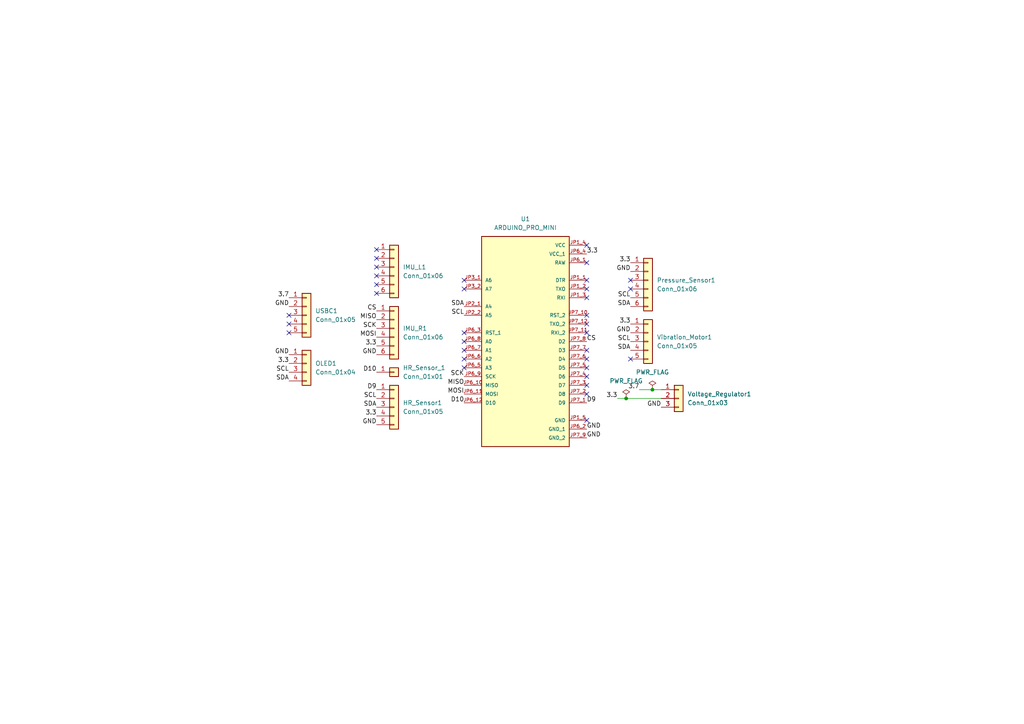
<source format=kicad_sch>
(kicad_sch (version 20250114) (generator "eeschema") (generator_version "9.0")
  (paper "A4")
  (lib_symbols
    (symbol "ARDUINO_PRO_MINI:ARDUINO_PRO_MINI" (pin_names (offset 1.016))
      (property "Reference" "U" (at -12.7 31.75 0))
      (property "Value" "ARDUINO_PRO_MINI" (at -12.7 -33.02 0))
      (symbol "ARDUINO_PRO_MINI_0_0"
        (rectangle (start -12.7 -30.48) (end 12.7 30.48) (stroke (width 0.254)) (fill (type background)))
        (pin input line (at -17.78 17.78 0) (length 5.08) (name "A6") (number "JP3_1"))
        (pin input line (at -17.78 15.24 0) (length 5.08) (name "A7") (number "JP3_2"))
        (pin bidirectional line (at -17.78 10.16 0) (length 5.08) (name "A4") (number "JP2_1"))
        (pin bidirectional line (at -17.78 7.62 0) (length 5.08) (name "A5") (number "JP2_2"))
        (pin input line (at -17.78 2.54 0) (length 5.08) (name "RST_1") (number "JP6_3"))
        (pin bidirectional line (at -17.78 0 0) (length 5.08) (name "A0") (number "JP6_8"))
        (pin bidirectional line (at -17.78 -2.54 0) (length 5.08) (name "A1") (number "JP6_7"))
        (pin bidirectional line (at -17.78 -5.08 0) (length 5.08) (name "A2") (number "JP6_6"))
        (pin bidirectional line (at -17.78 -7.62 0) (length 5.08) (name "A3") (number "JP6_5"))
        (pin bidirectional line (at -17.78 -10.16 0) (length 5.08) (name "SCK") (number "JP6_9"))
        (pin bidirectional line (at -17.78 -12.7 0) (length 5.08) (name "MISO") (number "JP6_10"))
        (pin bidirectional line (at -17.78 -15.24 0) (length 5.08) (name "MOSI") (number "JP6_11"))
        (pin bidirectional line (at -17.78 -17.78 0) (length 5.08) (name "D10") (number "JP6_12"))
        (pin power_in line (at 17.78 27.94 180) (length 5.08) (name "VCC") (number "JP1_4"))
        (pin power_in line (at 17.78 25.4 180) (length 5.08) (name "VCC_1") (number "JP6_4"))
        (pin power_in line (at 17.78 22.86 180) (length 5.08) (name "RAW") (number "JP6_1"))
        (pin input line (at 17.78 17.78 180) (length 5.08) (name "DTR") (number "JP1_1"))
        (pin bidirectional line (at 17.78 15.24 180) (length 5.08) (name "TXO") (number "JP1_2"))
        (pin bidirectional line (at 17.78 12.7 180) (length 5.08) (name "RXI") (number "JP1_3"))
        (pin input line (at 17.78 7.62 180) (length 5.08) (name "RST_2") (number "JP7_10"))
        (pin bidirectional line (at 17.78 5.08 180) (length 5.08) (name "TXO_2") (number "JP7_12"))
        (pin bidirectional line (at 17.78 2.54 180) (length 5.08) (name "RXI_2") (number "JP7_11"))
        (pin bidirectional line (at 17.78 0 180) (length 5.08) (name "D2") (number "JP7_8"))
        (pin bidirectional line (at 17.78 -2.54 180) (length 5.08) (name "D3") (number "JP7_7"))
        (pin bidirectional line (at 17.78 -5.08 180) (length 5.08) (name "D4") (number "JP7_6"))
        (pin bidirectional line (at 17.78 -7.62 180) (length 5.08) (name "D5") (number "JP7_5"))
        (pin bidirectional line (at 17.78 -10.16 180) (length 5.08) (name "D6") (number "JP7_4"))
        (pin bidirectional line (at 17.78 -12.7 180) (length 5.08) (name "D7") (number "JP7_3"))
        (pin bidirectional line (at 17.78 -15.24 180) (length 5.08) (name "D8") (number "JP7_2"))
        (pin bidirectional line (at 17.78 -17.78 180) (length 5.08) (name "D9") (number "JP7_1"))
        (pin power_in line (at 17.78 -22.86 180) (length 5.08) (name "GND") (number "JP1_5"))
        (pin power_in line (at 17.78 -22.86 180) (length 5.08) (hide yes) (name "GND") (number "JP1_6"))
        (pin power_in line (at 17.78 -25.4 180) (length 5.08) (name "GND_1") (number "JP6_2"))
        (pin power_in line (at 17.78 -27.94 180) (length 5.08) (name "GND_2") (number "JP7_9"))
      )
    )
    (symbol "Conn_01x05_1" (pin_names (offset 1.016) (hide yes))
      (property "Reference" "Vibration_Motor1" (at 2.54 1.2701 0))
      (property "Value" "Conn_01x05" (at 2.54 -1.2699 0))
      (symbol "Conn_01x05_1_1_1"
        (rectangle (start -1.27 6.35) (end 1.27 -6.35) (stroke (width 0.254)) (fill (type background)))
        (rectangle (start -1.27 5.207) (end 0 4.953) (stroke (width 0.1524)))
        (rectangle (start -1.27 2.667) (end 0 2.413) (stroke (width 0.1524)))
        (rectangle (start -1.27 0.127) (end 0 -0.127) (stroke (width 0.1524)))
        (rectangle (start -1.27 -2.413) (end 0 -2.667) (stroke (width 0.1524)))
        (rectangle (start -1.27 -4.953) (end 0 -5.207) (stroke (width 0.1524)))
        (pin passive line (at -5.08 5.08 0) (length 3.81) (name "Pin_1") (number "1"))
        (pin passive line (at -5.08 2.54 0) (length 3.81) (name "Pin_2") (number "2"))
        (pin passive line (at -5.08 0 0) (length 3.81) (name "Pin_3") (number "3"))
        (pin passive line (at -5.08 -2.54 0) (length 3.81) (name "Pin_4") (number "4"))
        (pin passive line (at -5.08 -5.08 0) (length 3.81) (name "Pin_5") (number "5"))
      )
    )
    (symbol "Conn_01x05_3" (pin_names (offset 1.016) (hide yes))
      (property "Reference" "J" (at 0 7.62 0))
      (property "Value" "Conn_01x05" (at 0 -7.62 0))
      (symbol "Conn_01x05_3_1_1"
        (rectangle (start -1.27 6.35) (end 1.27 -6.35) (stroke (width 0.254)) (fill (type background)))
        (rectangle (start -1.27 5.207) (end 0 4.953) (stroke (width 0.1524)))
        (rectangle (start -1.27 2.667) (end 0 2.413) (stroke (width 0.1524)))
        (rectangle (start -1.27 0.127) (end 0 -0.127) (stroke (width 0.1524)))
        (rectangle (start -1.27 -2.413) (end 0 -2.667) (stroke (width 0.1524)))
        (rectangle (start -1.27 -4.953) (end 0 -5.207) (stroke (width 0.1524)))
        (pin passive line (at -5.08 5.08 0) (length 3.81) (name "Pin_1") (number "1"))
        (pin passive line (at -5.08 2.54 0) (length 3.81) (name "Pin_2") (number "2"))
        (pin passive line (at -5.08 0 0) (length 3.81) (name "Pin_3") (number "3"))
        (pin passive line (at -5.08 -2.54 0) (length 3.81) (name "Pin_4") (number "4"))
        (pin passive line (at -5.08 -5.08 0) (length 3.81) (name "Pin_5") (number "5"))
      )
    )
    (symbol "Conn_01x06_1" (pin_names (offset 1.016) (hide yes))
      (property "Reference" "Pressure_Sensor1" (at 2.54 0.0001 0))
      (property "Value" "Conn_01x06" (at 2.54 -2.5399 0))
      (symbol "Conn_01x06_1_1_1"
        (rectangle (start -1.27 6.35) (end 1.27 -8.89) (stroke (width 0.254)) (fill (type background)))
        (rectangle (start -1.27 5.207) (end 0 4.953) (stroke (width 0.1524)))
        (rectangle (start -1.27 2.667) (end 0 2.413) (stroke (width 0.1524)))
        (rectangle (start -1.27 0.127) (end 0 -0.127) (stroke (width 0.1524)))
        (rectangle (start -1.27 -2.413) (end 0 -2.667) (stroke (width 0.1524)))
        (rectangle (start -1.27 -4.953) (end 0 -5.207) (stroke (width 0.1524)))
        (rectangle (start -1.27 -7.493) (end 0 -7.747) (stroke (width 0.1524)))
        (pin passive line (at -5.08 5.08 0) (length 3.81) (name "Pin_1") (number "1"))
        (pin passive line (at -5.08 2.54 0) (length 3.81) (name "Pin_2") (number "2"))
        (pin passive line (at -5.08 0 0) (length 3.81) (name "Pin_3") (number "3"))
        (pin passive line (at -5.08 -2.54 0) (length 3.81) (name "Pin_4") (number "4"))
        (pin passive line (at -5.08 -5.08 0) (length 3.81) (name "Pin_5") (number "5"))
        (pin passive line (at -5.08 -7.62 0) (length 3.81) (name "Pin_6") (number "6"))
      )
    )
    (symbol "Connector_Generic:Conn_01x01" (pin_names (offset 1.016) (hide yes))
      (property "Reference" "HR_Sensor_1" (at 2.54 1.2701 0))
      (property "Value" "Conn_01x01" (at 2.54 -1.2699 0))
      (symbol "Conn_01x01_1_1"
        (rectangle (start -1.27 1.27) (end 1.27 -1.27) (stroke (width 0.254)) (fill (type background)))
        (rectangle (start -1.27 0.127) (end 0 -0.127) (stroke (width 0.1524)))
        (pin passive line (at -5.08 0 0) (length 3.81) (name "Pin_1") (number "1"))
      )
    )
    (symbol "Connector_Generic:Conn_01x03" (pin_names (offset 1.016) (hide yes))
      (property "Reference" "Voltage_Regulator1" (at 2.54 1.2701 0))
      (property "Value" "Conn_01x03" (at 2.54 -1.2699 0))
      (symbol "Conn_01x03_1_1"
        (rectangle (start -1.27 3.81) (end 1.27 -3.81) (stroke (width 0.254)) (fill (type background)))
        (rectangle (start -1.27 2.667) (end 0 2.413) (stroke (width 0.1524)))
        (rectangle (start -1.27 0.127) (end 0 -0.127) (stroke (width 0.1524)))
        (rectangle (start -1.27 -2.413) (end 0 -2.667) (stroke (width 0.1524)))
        (pin passive line (at -5.08 2.54 0) (length 3.81) (name "Pin_1") (number "1"))
        (pin passive line (at -5.08 0 0) (length 3.81) (name "Pin_2") (number "2"))
        (pin passive line (at -5.08 -2.54 0) (length 3.81) (name "Pin_3") (number "3"))
      )
    )
    (symbol "Connector_Generic:Conn_01x04" (pin_names (offset 1.016) (hide yes))
      (property "Reference" "J" (at 0 5.08 0))
      (property "Value" "Conn_01x04" (at 0 -7.62 0))
      (symbol "Conn_01x04_1_1"
        (rectangle (start -1.27 3.81) (end 1.27 -6.35) (stroke (width 0.254)) (fill (type background)))
        (rectangle (start -1.27 2.667) (end 0 2.413) (stroke (width 0.1524)))
        (rectangle (start -1.27 0.127) (end 0 -0.127) (stroke (width 0.1524)))
        (rectangle (start -1.27 -2.413) (end 0 -2.667) (stroke (width 0.1524)))
        (rectangle (start -1.27 -4.953) (end 0 -5.207) (stroke (width 0.1524)))
        (pin passive line (at -5.08 2.54 0) (length 3.81) (name "Pin_1") (number "1"))
        (pin passive line (at -5.08 0 0) (length 3.81) (name "Pin_2") (number "2"))
        (pin passive line (at -5.08 -2.54 0) (length 3.81) (name "Pin_3") (number "3"))
        (pin passive line (at -5.08 -5.08 0) (length 3.81) (name "Pin_4") (number "4"))
      )
    )
    (symbol "Connector_Generic:Conn_01x05" (pin_names (offset 1.016) (hide yes))
      (property "Reference" "HR_Sensor1" (at 2.54 1.2701 0))
      (property "Value" "Conn_01x05" (at 2.54 -1.2699 0))
      (symbol "Conn_01x05_1_1"
        (rectangle (start -1.27 6.35) (end 1.27 -6.35) (stroke (width 0.254)) (fill (type background)))
        (rectangle (start -1.27 5.207) (end 0 4.953) (stroke (width 0.1524)))
        (rectangle (start -1.27 2.667) (end 0 2.413) (stroke (width 0.1524)))
        (rectangle (start -1.27 0.127) (end 0 -0.127) (stroke (width 0.1524)))
        (rectangle (start -1.27 -2.413) (end 0 -2.667) (stroke (width 0.1524)))
        (rectangle (start -1.27 -4.953) (end 0 -5.207) (stroke (width 0.1524)))
        (pin passive line (at -5.08 5.08 0) (length 3.81) (name "Pin_1") (number "1"))
        (pin passive line (at -5.08 2.54 0) (length 3.81) (name "Pin_2") (number "2"))
        (pin passive line (at -5.08 0 0) (length 3.81) (name "Pin_3") (number "3"))
        (pin passive line (at -5.08 -2.54 0) (length 3.81) (name "Pin_4") (number "4"))
        (pin passive line (at -5.08 -5.08 0) (length 3.81) (name "Pin_5") (number "5"))
      )
    )
    (symbol "Connector_Generic:Conn_01x06" (pin_names (offset 1.016) (hide yes))
      (property "Reference" "J" (at 0 7.62 0))
      (property "Value" "Conn_01x06" (at 0 -10.16 0))
      (symbol "Conn_01x06_1_1"
        (rectangle (start -1.27 6.35) (end 1.27 -8.89) (stroke (width 0.254)) (fill (type background)))
        (rectangle (start -1.27 5.207) (end 0 4.953) (stroke (width 0.1524)))
        (rectangle (start -1.27 2.667) (end 0 2.413) (stroke (width 0.1524)))
        (rectangle (start -1.27 0.127) (end 0 -0.127) (stroke (width 0.1524)))
        (rectangle (start -1.27 -2.413) (end 0 -2.667) (stroke (width 0.1524)))
        (rectangle (start -1.27 -4.953) (end 0 -5.207) (stroke (width 0.1524)))
        (rectangle (start -1.27 -7.493) (end 0 -7.747) (stroke (width 0.1524)))
        (pin passive line (at -5.08 5.08 0) (length 3.81) (name "Pin_1") (number "1"))
        (pin passive line (at -5.08 2.54 0) (length 3.81) (name "Pin_2") (number "2"))
        (pin passive line (at -5.08 0 0) (length 3.81) (name "Pin_3") (number "3"))
        (pin passive line (at -5.08 -2.54 0) (length 3.81) (name "Pin_4") (number "4"))
        (pin passive line (at -5.08 -5.08 0) (length 3.81) (name "Pin_5") (number "5"))
        (pin passive line (at -5.08 -7.62 0) (length 3.81) (name "Pin_6") (number "6"))
      )
    )
    (symbol "power:PWR_FLAG" (power) (pin_numbers (hide yes)) (pin_names (offset 0) (hide yes))
      (property "Value" "PWR_FLAG" (at 0 3.81 0))
      (symbol "PWR_FLAG_0_0"
        (pin power_out line (at 0 0 90) (length 0) (name "~") (number "1"))
      )
      (symbol "PWR_FLAG_0_1"
        (polyline (pts (xy 0 0) (xy 0 1.27) (xy -1.016 1.905) (xy 0 2.54) (xy 1.016 1.905) (xy 0 1.27)))
      )
    )
  )
  (junction (at 189.23 113.03))
  (junction (at 181.61 115.57))
  (no_connect (at 170.18 101.6))
  (no_connect (at 182.88 83.82))
  (no_connect (at 109.22 85.09))
  (no_connect (at 170.18 114.3))
  (no_connect (at 134.62 99.06))
  (no_connect (at 170.18 111.76))
  (no_connect (at 182.88 104.14))
  (no_connect (at 170.18 76.2))
  (no_connect (at 170.18 71.12))
  (no_connect (at 134.62 81.28))
  (no_connect (at 134.62 104.14))
  (no_connect (at 170.18 93.98))
  (no_connect (at 134.62 101.6))
  (no_connect (at 170.18 121.92))
  (no_connect (at 109.22 82.55))
  (no_connect (at 109.22 74.93))
  (no_connect (at 170.18 81.28))
  (no_connect (at 170.18 104.14))
  (no_connect (at 83.82 93.98))
  (no_connect (at 134.62 96.52))
  (no_connect (at 109.22 77.47))
  (no_connect (at 170.18 91.44))
  (no_connect (at 170.18 96.52))
  (no_connect (at 182.88 81.28))
  (no_connect (at 170.18 106.68))
  (no_connect (at 109.22 72.39))
  (no_connect (at 134.62 83.82))
  (no_connect (at 83.82 96.52))
  (no_connect (at 170.18 86.36))
  (no_connect (at 170.18 109.22))
  (no_connect (at 109.22 80.01))
  (no_connect (at 170.18 83.82))
  (no_connect (at 83.82 91.44))
  (no_connect (at 134.62 106.68))
  (wire (pts (xy 189.23 113.03) (xy 191.77 113.03)))
  (wire (pts (xy 179.07 115.57) (xy 181.61 115.57)))
  (wire (pts (xy 185.42 113.03) (xy 189.23 113.03)))
  (wire (pts (xy 181.61 115.57) (xy 191.77 115.57)))
  (label "GND" (at 182.88 78.74 180))
  (label "3.3" (at 109.22 120.65 180))
  (label "SCL" (at 182.88 86.36 180))
  (label "SDA" (at 109.22 118.11 180))
  (label "D9" (at 170.18 116.84 0))
  (label "SCL" (at 83.82 107.95 180))
  (label "3.3" (at 182.88 76.2 180))
  (label "3.3" (at 109.22 100.33 180))
  (label "GND" (at 83.82 102.87 180))
  (label "3.7" (at 185.42 113.03 180))
  (label "3.3" (at 182.88 93.98 180))
  (label "GND" (at 170.18 127 0))
  (label "SCK" (at 134.62 109.22 180))
  (label "GND" (at 182.88 96.52 180))
  (label "SDA" (at 134.62 88.9 180))
  (label "SDA" (at 182.88 88.9 180))
  (label "3.3" (at 179.07 115.57 180))
  (label "3.3" (at 170.18 73.66 0))
  (label "MOSI" (at 109.22 97.79 180))
  (label "GND" (at 191.77 118.11 180))
  (label "CS" (at 109.22 90.17 180))
  (label "MISO" (at 109.22 92.71 180))
  (label "3.7" (at 83.82 86.36 180))
  (label "SCL" (at 109.22 115.57 180))
  (label "SCL" (at 134.62 91.44 180))
  (label "GND" (at 83.82 88.9 180))
  (label "3.3" (at 83.82 105.41 180))
  (label "GND" (at 170.18 124.46 0))
  (label "SCK" (at 109.22 95.25 180))
  (label "CS" (at 170.18 99.06 0))
  (label "GND" (at 109.22 123.19 180))
  (label "SCL" (at 182.88 99.06 180))
  (label "SDA" (at 83.82 110.49 180))
  (label "MISO" (at 134.62 111.76 180))
  (label "D10" (at 109.22 107.95 180))
  (label "SDA" (at 182.88 101.6 180))
  (label "GND" (at 109.22 102.87 180))
  (label "D9" (at 109.22 113.03 180))
  (label "D10" (at 134.62 116.84 180))
  (label "MOSI" (at 134.62 114.3 180))
  (symbol (lib_id "Connector_Generic:Conn_01x03") (at 196.85 115.57 0) (unit 1)
    (property "Reference" "Voltage_Regulator1" (at 199.39 114.2999 0) (effects (justify left)))
    (property "Value" "Conn_01x03" (at 199.39 116.8399 0) (effects (justify left)))
    (property "Footprint" "Connector_PinHeader_2.54mm:PinHeader_1x03_P2.54mm_Vertical" (effects (hide yes)))
    (property "Description" "Generic connector, single row, 01x03, script generated (kicad-library-utils/schlib/autogen/connector/)" (effects (hide yes)))
  )
  (symbol (lib_id "Connector_Generic:Conn_01x06") (at 114.3 77.47 0) (unit 1)
    (property "Reference" "IMU_L1" (at 116.84 77.4699 0) (effects (justify left)))
    (property "Value" "Conn_01x06" (at 116.84 80.0099 0) (effects (justify left)))
    (property "Footprint" "Connector_PinHeader_2.54mm:PinHeader_1x06_P2.54mm_Vertical" (effects (hide yes)))
    (property "Description" "Generic connector, single row, 01x06, script generated (kicad-library-utils/schlib/autogen/connector/)" (effects (hide yes)))
  )
  (symbol (lib_name "Conn_01x06_1") (lib_id "Connector_Generic:Conn_01x06") (at 187.96 81.28 0) (unit 1)
    (property "Reference" "Pressure_Sensor1" (at 190.5 81.2799 0) (effects (justify left)))
    (property "Value" "Conn_01x06" (at 190.5 83.8199 0) (effects (justify left)))
    (property "Footprint" "Connector_PinHeader_2.54mm:PinHeader_1x06_P2.54mm_Vertical" (effects (hide yes)))
    (property "Description" "Generic connector, single row, 01x06, script generated (kicad-library-utils/schlib/autogen/connector/)" (effects (hide yes)))
  )
  (symbol (lib_name "Conn_01x05_1") (lib_id "Connector_Generic:Conn_01x05") (at 187.96 99.06 0) (unit 1)
    (property "Reference" "Vibration_Motor1" (at 190.5 97.7899 0) (effects (justify left)))
    (property "Value" "Conn_01x05" (at 190.5 100.3299 0) (effects (justify left)))
    (property "Footprint" "Connector_PinHeader_2.54mm:PinHeader_1x05_P2.54mm_Vertical" (effects (hide yes)))
    (property "Description" "Generic connector, single row, 01x05, script generated (kicad-library-utils/schlib/autogen/connector/)" (effects (hide yes)))
  )
  (symbol (lib_name "Conn_01x05_3") (lib_id "Connector_Generic:Conn_01x05") (at 88.9 91.44 0) (unit 1)
    (property "Reference" "USBC1" (at 91.44 90.1699 0) (effects (justify left)))
    (property "Value" "Conn_01x05" (at 91.44 92.7099 0) (effects (justify left)))
    (property "Footprint" "Connector_PinHeader_2.54mm:PinHeader_1x05_P2.54mm_Vertical" (effects (hide yes)))
    (property "Description" "Generic connector, single row, 01x05, script generated (kicad-library-utils/schlib/autogen/connector/)" (effects (hide yes)))
  )
  (symbol (lib_id "Connector_Generic:Conn_01x01") (at 114.3 107.95 0) (unit 1)
    (property "Reference" "HR_Sensor_1" (at 116.84 106.6799 0) (effects (justify left)))
    (property "Value" "Conn_01x01" (at 116.84 109.2199 0) (effects (justify left)))
    (property "Footprint" "Connector_PinHeader_2.54mm:PinHeader_1x01_P2.54mm_Vertical" (effects (hide yes)))
    (property "Description" "Generic connector, single row, 01x01, script generated (kicad-library-utils/schlib/autogen/connector/)" (effects (hide yes)))
  )
  (symbol (lib_id "power:PWR_FLAG") (at 189.23 113.03 0) (unit 1)
    (property "Reference" "#FLG02" (effects (hide yes)))
    (property "Value" "PWR_FLAG" (at 189.23 107.95 0))
    (property "Description" "Special symbol for telling ERC where power comes from" (effects (hide yes)))
  )
  (symbol (lib_id "Connector_Generic:Conn_01x04") (at 88.9 105.41 0) (unit 1)
    (property "Reference" "OLED1" (at 91.44 105.4099 0) (effects (justify left)))
    (property "Value" "Conn_01x04" (at 91.44 107.9499 0) (effects (justify left)))
    (property "Footprint" "Connector_PinHeader_2.54mm:PinHeader_1x04_P2.54mm_Vertical" (effects (hide yes)))
    (property "Description" "Generic connector, single row, 01x04, script generated (kicad-library-utils/schlib/autogen/connector/)" (effects (hide yes)))
  )
  (symbol (lib_id "Connector_Generic:Conn_01x06") (at 114.3 95.25 0) (unit 1)
    (property "Reference" "IMU_R1" (at 116.84 95.2499 0) (effects (justify left)))
    (property "Value" "Conn_01x06" (at 116.84 97.7899 0) (effects (justify left)))
    (property "Footprint" "Connector_PinHeader_2.54mm:PinHeader_1x06_P2.54mm_Vertical" (effects (hide yes)))
    (property "Description" "Generic connector, single row, 01x06, script generated (kicad-library-utils/schlib/autogen/connector/)" (effects (hide yes)))
  )
  (symbol (lib_id "power:PWR_FLAG") (at 181.61 115.57 0) (unit 1)
    (property "Reference" "#FLG01" (effects (hide yes)))
    (property "Value" "PWR_FLAG" (at 181.61 110.49 0))
    (property "Description" "Special symbol for telling ERC where power comes from" (effects (hide yes)))
  )
  (symbol (lib_id "Connector_Generic:Conn_01x05") (at 114.3 118.11 0) (unit 1)
    (property "Reference" "HR_Sensor1" (at 116.84 116.8399 0) (effects (justify left)))
    (property "Value" "Conn_01x05" (at 116.84 119.3799 0) (effects (justify left)))
    (property "Footprint" "Connector_PinHeader_2.54mm:PinHeader_1x05_P2.54mm_Vertical" (effects (hide yes)))
    (property "Description" "Generic connector, single row, 01x05, script generated (kicad-library-utils/schlib/autogen/connector/)" (effects (hide yes)))
  )
  (symbol (lib_id "ARDUINO_PRO_MINI:ARDUINO_PRO_MINI") (at 152.4 99.06 0) (unit 1)
    (property "Reference" "U1" (at 152.4 63.5 0))
    (property "Value" "ARDUINO_PRO_MINI" (at 152.4 66.04 0))
    (property "Footprint" "ARDUINO_PRO_MINI:MODULE_ARDUINO_PRO_MINI" (effects (hide yes)))
    (property "MF" "Arduino" (effects (hide yes)))
    (property "MAXIMUM_PACKAGE_HEIGHT" "N/A" (effects (hide yes)))
    (property "Package" "None" (effects (hide yes)))
    (property "Price" "None" (effects (hide yes)))
    (property "Check_prices" "https://www.snapeda.com/parts/Arduino%20Pro%20Mini/Arduino/view-part/?ref=eda" (effects (hide yes)))
    (property "STANDARD" "Manufacturer Recommendations" (effects (hide yes)))
    (property "PARTREV" "N/A" (effects (hide yes)))
    (property "SnapEDA_Link" "https://www.snapeda.com/parts/Arduino%20Pro%20Mini/Arduino/view-part/?ref=snap" (effects (hide yes)))
    (property "MP" "Arduino Pro Mini" (effects (hide yes)))
    (property "Description_1" "This board was developed for applications and installations where space is premium and projects are made as permanent set ups. Small, available in 3.3 V and 5 V versions, powered by ATmega328P." (effects (hide yes)))
    (property "Availability" "In Stock" (effects (hide yes)))
    (property "MANUFACTURER" "SparkFun Electronics" (effects (hide yes)))
  )
)
</source>
